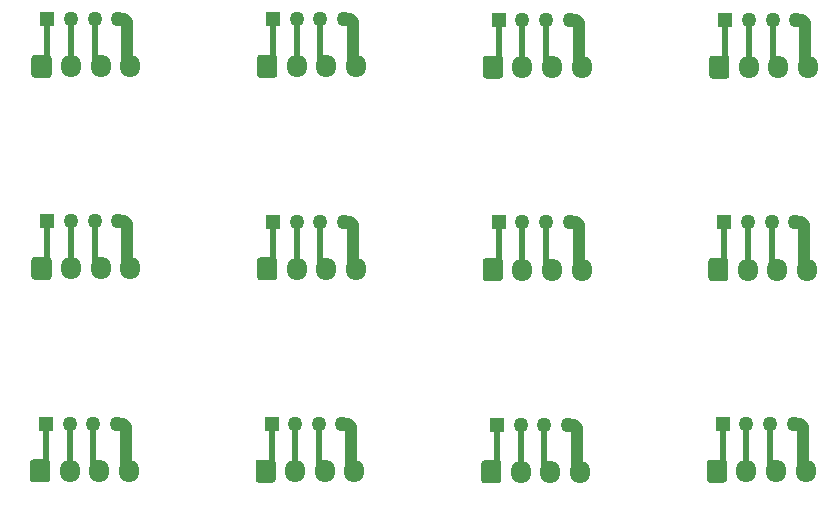
<source format=gbr>
%TF.GenerationSoftware,KiCad,Pcbnew,5.1.10-88a1d61d58~90~ubuntu20.04.1*%
%TF.CreationDate,2022-01-17T11:14:37+00:00*%
%TF.ProjectId,grove_adaptor_panel,67726f76-655f-4616-9461-70746f725f70,rev?*%
%TF.SameCoordinates,Original*%
%TF.FileFunction,Copper,L1,Top*%
%TF.FilePolarity,Positive*%
%FSLAX46Y46*%
G04 Gerber Fmt 4.6, Leading zero omitted, Abs format (unit mm)*
G04 Created by KiCad (PCBNEW 5.1.10-88a1d61d58~90~ubuntu20.04.1) date 2022-01-17 11:14:37*
%MOMM*%
%LPD*%
G01*
G04 APERTURE LIST*
%TA.AperFunction,ComponentPad*%
%ADD10R,1.270000X1.270000*%
%TD*%
%TA.AperFunction,ComponentPad*%
%ADD11C,1.270000*%
%TD*%
%TA.AperFunction,ComponentPad*%
%ADD12O,1.700000X1.950000*%
%TD*%
%TA.AperFunction,Conductor*%
%ADD13C,1.000000*%
%TD*%
%TA.AperFunction,Conductor*%
%ADD14C,0.500000*%
%TD*%
G04 APERTURE END LIST*
D10*
%TO.P,J2,1*%
%TO.N,N/C*%
X136993000Y-107022000D03*
D11*
%TO.P,J2,2*%
X138993000Y-107022000D03*
%TO.P,J2,3*%
X140993000Y-107022000D03*
%TO.P,J2,4*%
X142993000Y-107022000D03*
%TD*%
%TO.P,J1,1*%
%TO.N,N/C*%
%TA.AperFunction,ComponentPad*%
G36*
G01*
X135643000Y-111747000D02*
X135643000Y-110297000D01*
G75*
G02*
X135893000Y-110047000I250000J0D01*
G01*
X137093000Y-110047000D01*
G75*
G02*
X137343000Y-110297000I0J-250000D01*
G01*
X137343000Y-111747000D01*
G75*
G02*
X137093000Y-111997000I-250000J0D01*
G01*
X135893000Y-111997000D01*
G75*
G02*
X135643000Y-111747000I0J250000D01*
G01*
G37*
%TD.AperFunction*%
D12*
%TO.P,J1,2*%
X138993000Y-111022000D03*
%TO.P,J1,3*%
X141493000Y-111022000D03*
%TO.P,J1,4*%
X143993000Y-111022000D03*
%TD*%
D10*
%TO.P,J2,1*%
%TO.N,N/C*%
X156170000Y-89877000D03*
D11*
%TO.P,J2,2*%
X158170000Y-89877000D03*
%TO.P,J2,3*%
X160170000Y-89877000D03*
%TO.P,J2,4*%
X162170000Y-89877000D03*
%TD*%
%TO.P,J1,1*%
%TO.N,N/C*%
%TA.AperFunction,ComponentPad*%
G36*
G01*
X154820000Y-94602000D02*
X154820000Y-93152000D01*
G75*
G02*
X155070000Y-92902000I250000J0D01*
G01*
X156270000Y-92902000D01*
G75*
G02*
X156520000Y-93152000I0J-250000D01*
G01*
X156520000Y-94602000D01*
G75*
G02*
X156270000Y-94852000I-250000J0D01*
G01*
X155070000Y-94852000D01*
G75*
G02*
X154820000Y-94602000I0J250000D01*
G01*
G37*
%TD.AperFunction*%
D12*
%TO.P,J1,2*%
X158170000Y-93877000D03*
%TO.P,J1,3*%
X160670000Y-93877000D03*
%TO.P,J1,4*%
X163170000Y-93877000D03*
%TD*%
D10*
%TO.P,J2,1*%
%TO.N,N/C*%
X136993000Y-89877000D03*
D11*
%TO.P,J2,2*%
X138993000Y-89877000D03*
%TO.P,J2,3*%
X140993000Y-89877000D03*
%TO.P,J2,4*%
X142993000Y-89877000D03*
%TD*%
%TO.P,J1,1*%
%TO.N,N/C*%
%TA.AperFunction,ComponentPad*%
G36*
G01*
X135643000Y-94602000D02*
X135643000Y-93152000D01*
G75*
G02*
X135893000Y-92902000I250000J0D01*
G01*
X137093000Y-92902000D01*
G75*
G02*
X137343000Y-93152000I0J-250000D01*
G01*
X137343000Y-94602000D01*
G75*
G02*
X137093000Y-94852000I-250000J0D01*
G01*
X135893000Y-94852000D01*
G75*
G02*
X135643000Y-94602000I0J250000D01*
G01*
G37*
%TD.AperFunction*%
D12*
%TO.P,J1,2*%
X138993000Y-93877000D03*
%TO.P,J1,3*%
X141493000Y-93877000D03*
%TO.P,J1,4*%
X143993000Y-93877000D03*
%TD*%
D10*
%TO.P,J2,1*%
%TO.N,N/C*%
X117879500Y-106958500D03*
D11*
%TO.P,J2,2*%
X119879500Y-106958500D03*
%TO.P,J2,3*%
X121879500Y-106958500D03*
%TO.P,J2,4*%
X123879500Y-106958500D03*
%TD*%
%TO.P,J1,1*%
%TO.N,N/C*%
%TA.AperFunction,ComponentPad*%
G36*
G01*
X116529500Y-111683500D02*
X116529500Y-110233500D01*
G75*
G02*
X116779500Y-109983500I250000J0D01*
G01*
X117979500Y-109983500D01*
G75*
G02*
X118229500Y-110233500I0J-250000D01*
G01*
X118229500Y-111683500D01*
G75*
G02*
X117979500Y-111933500I-250000J0D01*
G01*
X116779500Y-111933500D01*
G75*
G02*
X116529500Y-111683500I0J250000D01*
G01*
G37*
%TD.AperFunction*%
D12*
%TO.P,J1,2*%
X119879500Y-110958500D03*
%TO.P,J1,3*%
X122379500Y-110958500D03*
%TO.P,J1,4*%
X124879500Y-110958500D03*
%TD*%
%TO.P,J1,1*%
%TO.N,N/C*%
%TA.AperFunction,ComponentPad*%
G36*
G01*
X97299000Y-128790500D02*
X97299000Y-127340500D01*
G75*
G02*
X97549000Y-127090500I250000J0D01*
G01*
X98749000Y-127090500D01*
G75*
G02*
X98999000Y-127340500I0J-250000D01*
G01*
X98999000Y-128790500D01*
G75*
G02*
X98749000Y-129040500I-250000J0D01*
G01*
X97549000Y-129040500D01*
G75*
G02*
X97299000Y-128790500I0J250000D01*
G01*
G37*
%TD.AperFunction*%
%TO.P,J1,2*%
X100649000Y-128065500D03*
%TO.P,J1,3*%
X103149000Y-128065500D03*
%TO.P,J1,4*%
X105649000Y-128065500D03*
%TD*%
D10*
%TO.P,J2,1*%
%TO.N,N/C*%
X98649000Y-124065500D03*
D11*
%TO.P,J2,2*%
X100649000Y-124065500D03*
%TO.P,J2,3*%
X102649000Y-124065500D03*
%TO.P,J2,4*%
X104649000Y-124065500D03*
%TD*%
%TO.P,J2,4*%
%TO.N,GND*%
X104776000Y-106920500D03*
%TO.P,J2,3*%
%TO.N,+5V*%
X102776000Y-106920500D03*
%TO.P,J2,2*%
%TO.N,Net-(J1-Pad2)*%
X100776000Y-106920500D03*
D10*
%TO.P,J2,1*%
%TO.N,Net-(J1-Pad1)*%
X98776000Y-106920500D03*
%TD*%
D12*
%TO.P,J1,4*%
%TO.N,GND*%
X105776000Y-110920500D03*
%TO.P,J1,3*%
%TO.N,+5V*%
X103276000Y-110920500D03*
%TO.P,J1,2*%
%TO.N,Net-(J1-Pad2)*%
X100776000Y-110920500D03*
%TO.P,J1,1*%
%TO.N,Net-(J1-Pad1)*%
%TA.AperFunction,ComponentPad*%
G36*
G01*
X97426000Y-111645500D02*
X97426000Y-110195500D01*
G75*
G02*
X97676000Y-109945500I250000J0D01*
G01*
X98876000Y-109945500D01*
G75*
G02*
X99126000Y-110195500I0J-250000D01*
G01*
X99126000Y-111645500D01*
G75*
G02*
X98876000Y-111895500I-250000J0D01*
G01*
X97676000Y-111895500D01*
G75*
G02*
X97426000Y-111645500I0J250000D01*
G01*
G37*
%TD.AperFunction*%
%TD*%
D11*
%TO.P,J2,4*%
%TO.N,GND*%
X161959500Y-124087500D03*
%TO.P,J2,3*%
%TO.N,+5V*%
X159959500Y-124087500D03*
%TO.P,J2,2*%
%TO.N,Net-(J1-Pad2)*%
X157959500Y-124087500D03*
D10*
%TO.P,J2,1*%
%TO.N,Net-(J1-Pad1)*%
X155959500Y-124087500D03*
%TD*%
D11*
%TO.P,J2,4*%
%TO.N,GND*%
X142856000Y-124151000D03*
%TO.P,J2,3*%
%TO.N,+5V*%
X140856000Y-124151000D03*
%TO.P,J2,2*%
%TO.N,Net-(J1-Pad2)*%
X138856000Y-124151000D03*
D10*
%TO.P,J2,1*%
%TO.N,Net-(J1-Pad1)*%
X136856000Y-124151000D03*
%TD*%
D11*
%TO.P,J2,4*%
%TO.N,GND*%
X123752500Y-124087500D03*
%TO.P,J2,3*%
%TO.N,+5V*%
X121752500Y-124087500D03*
%TO.P,J2,2*%
%TO.N,Net-(J1-Pad2)*%
X119752500Y-124087500D03*
D10*
%TO.P,J2,1*%
%TO.N,Net-(J1-Pad1)*%
X117752500Y-124087500D03*
%TD*%
D11*
%TO.P,J2,4*%
%TO.N,GND*%
X162086500Y-107025500D03*
%TO.P,J2,3*%
%TO.N,+5V*%
X160086500Y-107025500D03*
%TO.P,J2,2*%
%TO.N,Net-(J1-Pad2)*%
X158086500Y-107025500D03*
D10*
%TO.P,J2,1*%
%TO.N,Net-(J1-Pad1)*%
X156086500Y-107025500D03*
%TD*%
D11*
%TO.P,J2,4*%
%TO.N,GND*%
X123879500Y-89817000D03*
%TO.P,J2,3*%
%TO.N,+5V*%
X121879500Y-89817000D03*
%TO.P,J2,2*%
%TO.N,Net-(J1-Pad2)*%
X119879500Y-89817000D03*
D10*
%TO.P,J2,1*%
%TO.N,Net-(J1-Pad1)*%
X117879500Y-89817000D03*
%TD*%
D12*
%TO.P,J1,4*%
%TO.N,GND*%
X162959500Y-128087500D03*
%TO.P,J1,3*%
%TO.N,+5V*%
X160459500Y-128087500D03*
%TO.P,J1,2*%
%TO.N,Net-(J1-Pad2)*%
X157959500Y-128087500D03*
%TO.P,J1,1*%
%TO.N,Net-(J1-Pad1)*%
%TA.AperFunction,ComponentPad*%
G36*
G01*
X154609500Y-128812500D02*
X154609500Y-127362500D01*
G75*
G02*
X154859500Y-127112500I250000J0D01*
G01*
X156059500Y-127112500D01*
G75*
G02*
X156309500Y-127362500I0J-250000D01*
G01*
X156309500Y-128812500D01*
G75*
G02*
X156059500Y-129062500I-250000J0D01*
G01*
X154859500Y-129062500D01*
G75*
G02*
X154609500Y-128812500I0J250000D01*
G01*
G37*
%TD.AperFunction*%
%TD*%
%TO.P,J1,4*%
%TO.N,GND*%
X143856000Y-128151000D03*
%TO.P,J1,3*%
%TO.N,+5V*%
X141356000Y-128151000D03*
%TO.P,J1,2*%
%TO.N,Net-(J1-Pad2)*%
X138856000Y-128151000D03*
%TO.P,J1,1*%
%TO.N,Net-(J1-Pad1)*%
%TA.AperFunction,ComponentPad*%
G36*
G01*
X135506000Y-128876000D02*
X135506000Y-127426000D01*
G75*
G02*
X135756000Y-127176000I250000J0D01*
G01*
X136956000Y-127176000D01*
G75*
G02*
X137206000Y-127426000I0J-250000D01*
G01*
X137206000Y-128876000D01*
G75*
G02*
X136956000Y-129126000I-250000J0D01*
G01*
X135756000Y-129126000D01*
G75*
G02*
X135506000Y-128876000I0J250000D01*
G01*
G37*
%TD.AperFunction*%
%TD*%
%TO.P,J1,4*%
%TO.N,GND*%
X124752500Y-128087500D03*
%TO.P,J1,3*%
%TO.N,+5V*%
X122252500Y-128087500D03*
%TO.P,J1,2*%
%TO.N,Net-(J1-Pad2)*%
X119752500Y-128087500D03*
%TO.P,J1,1*%
%TO.N,Net-(J1-Pad1)*%
%TA.AperFunction,ComponentPad*%
G36*
G01*
X116402500Y-128812500D02*
X116402500Y-127362500D01*
G75*
G02*
X116652500Y-127112500I250000J0D01*
G01*
X117852500Y-127112500D01*
G75*
G02*
X118102500Y-127362500I0J-250000D01*
G01*
X118102500Y-128812500D01*
G75*
G02*
X117852500Y-129062500I-250000J0D01*
G01*
X116652500Y-129062500D01*
G75*
G02*
X116402500Y-128812500I0J250000D01*
G01*
G37*
%TD.AperFunction*%
%TD*%
%TO.P,J1,4*%
%TO.N,GND*%
X163086500Y-111025500D03*
%TO.P,J1,3*%
%TO.N,+5V*%
X160586500Y-111025500D03*
%TO.P,J1,2*%
%TO.N,Net-(J1-Pad2)*%
X158086500Y-111025500D03*
%TO.P,J1,1*%
%TO.N,Net-(J1-Pad1)*%
%TA.AperFunction,ComponentPad*%
G36*
G01*
X154736500Y-111750500D02*
X154736500Y-110300500D01*
G75*
G02*
X154986500Y-110050500I250000J0D01*
G01*
X156186500Y-110050500D01*
G75*
G02*
X156436500Y-110300500I0J-250000D01*
G01*
X156436500Y-111750500D01*
G75*
G02*
X156186500Y-112000500I-250000J0D01*
G01*
X154986500Y-112000500D01*
G75*
G02*
X154736500Y-111750500I0J250000D01*
G01*
G37*
%TD.AperFunction*%
%TD*%
%TO.P,J1,4*%
%TO.N,GND*%
X124879500Y-93817000D03*
%TO.P,J1,3*%
%TO.N,+5V*%
X122379500Y-93817000D03*
%TO.P,J1,2*%
%TO.N,Net-(J1-Pad2)*%
X119879500Y-93817000D03*
%TO.P,J1,1*%
%TO.N,Net-(J1-Pad1)*%
%TA.AperFunction,ComponentPad*%
G36*
G01*
X116529500Y-94542000D02*
X116529500Y-93092000D01*
G75*
G02*
X116779500Y-92842000I250000J0D01*
G01*
X117979500Y-92842000D01*
G75*
G02*
X118229500Y-93092000I0J-250000D01*
G01*
X118229500Y-94542000D01*
G75*
G02*
X117979500Y-94792000I-250000J0D01*
G01*
X116779500Y-94792000D01*
G75*
G02*
X116529500Y-94542000I0J250000D01*
G01*
G37*
%TD.AperFunction*%
%TD*%
D11*
%TO.P,J2,4*%
%TO.N,GND*%
X104776000Y-89817000D03*
%TO.P,J2,3*%
%TO.N,+5V*%
X102776000Y-89817000D03*
%TO.P,J2,2*%
%TO.N,Net-(J1-Pad2)*%
X100776000Y-89817000D03*
D10*
%TO.P,J2,1*%
%TO.N,Net-(J1-Pad1)*%
X98776000Y-89817000D03*
%TD*%
D12*
%TO.P,J1,4*%
%TO.N,GND*%
X105776000Y-93817000D03*
%TO.P,J1,3*%
%TO.N,+5V*%
X103276000Y-93817000D03*
%TO.P,J1,2*%
%TO.N,Net-(J1-Pad2)*%
X100776000Y-93817000D03*
%TO.P,J1,1*%
%TO.N,Net-(J1-Pad1)*%
%TA.AperFunction,ComponentPad*%
G36*
G01*
X97426000Y-94542000D02*
X97426000Y-93092000D01*
G75*
G02*
X97676000Y-92842000I250000J0D01*
G01*
X98876000Y-92842000D01*
G75*
G02*
X99126000Y-93092000I0J-250000D01*
G01*
X99126000Y-94542000D01*
G75*
G02*
X98876000Y-94792000I-250000J0D01*
G01*
X97676000Y-94792000D01*
G75*
G02*
X97426000Y-94542000I0J250000D01*
G01*
G37*
%TD.AperFunction*%
%TD*%
D13*
%TO.N,*%
X105649000Y-128065500D02*
X105399000Y-127815500D01*
X105149000Y-124065500D02*
X104649000Y-124065500D01*
X105399000Y-124315500D02*
X105149000Y-124065500D01*
X105399000Y-127815500D02*
X105399000Y-124315500D01*
D14*
X102649000Y-124065500D02*
X102649000Y-127565500D01*
X102649000Y-127565500D02*
X103149000Y-128065500D01*
X100649000Y-124065500D02*
X100649000Y-128065500D01*
X98149000Y-128065500D02*
X98649000Y-127565500D01*
X98649000Y-127565500D02*
X98649000Y-124065500D01*
D13*
X124629500Y-110708500D02*
X124629500Y-107208500D01*
X124629500Y-107208500D02*
X124379500Y-106958500D01*
X124379500Y-106958500D02*
X123879500Y-106958500D01*
X124879500Y-110958500D02*
X124629500Y-110708500D01*
D14*
X121879500Y-106958500D02*
X121879500Y-110458500D01*
X121879500Y-110458500D02*
X122379500Y-110958500D01*
X119879500Y-106958500D02*
X119879500Y-110958500D01*
X117879500Y-110458500D02*
X117879500Y-106958500D01*
X117379500Y-110958500D02*
X117879500Y-110458500D01*
D13*
X143743000Y-93627000D02*
X143743000Y-90127000D01*
X143743000Y-90127000D02*
X143493000Y-89877000D01*
X143493000Y-89877000D02*
X142993000Y-89877000D01*
X143993000Y-93877000D02*
X143743000Y-93627000D01*
D14*
X140993000Y-89877000D02*
X140993000Y-93377000D01*
X140993000Y-93377000D02*
X141493000Y-93877000D01*
X138993000Y-89877000D02*
X138993000Y-93877000D01*
X136993000Y-93377000D02*
X136993000Y-89877000D01*
X136493000Y-93877000D02*
X136993000Y-93377000D01*
D13*
X162920000Y-93627000D02*
X162920000Y-90127000D01*
X162920000Y-90127000D02*
X162670000Y-89877000D01*
X162670000Y-89877000D02*
X162170000Y-89877000D01*
X163170000Y-93877000D02*
X162920000Y-93627000D01*
D14*
X160170000Y-89877000D02*
X160170000Y-93377000D01*
X160170000Y-93377000D02*
X160670000Y-93877000D01*
X158170000Y-89877000D02*
X158170000Y-93877000D01*
X156170000Y-93377000D02*
X156170000Y-89877000D01*
X155670000Y-93877000D02*
X156170000Y-93377000D01*
D13*
X143743000Y-110772000D02*
X143743000Y-107272000D01*
X143743000Y-107272000D02*
X143493000Y-107022000D01*
X143493000Y-107022000D02*
X142993000Y-107022000D01*
X143993000Y-111022000D02*
X143743000Y-110772000D01*
D14*
X140993000Y-107022000D02*
X140993000Y-110522000D01*
X140993000Y-110522000D02*
X141493000Y-111022000D01*
X138993000Y-107022000D02*
X138993000Y-111022000D01*
X136993000Y-110522000D02*
X136993000Y-107022000D01*
X136493000Y-111022000D02*
X136993000Y-110522000D01*
D13*
%TO.N,GND*%
X105276000Y-89817000D02*
X104776000Y-89817000D01*
X105526000Y-90067000D02*
X105276000Y-89817000D01*
X105526000Y-93567000D02*
X105526000Y-90067000D01*
X105776000Y-93817000D02*
X105526000Y-93567000D01*
X124629500Y-93567000D02*
X124629500Y-90067000D01*
X162836500Y-110775500D02*
X162836500Y-107275500D01*
X124502500Y-127837500D02*
X124502500Y-124337500D01*
X143606000Y-127901000D02*
X143606000Y-124401000D01*
X162709500Y-127837500D02*
X162709500Y-124337500D01*
X124379500Y-89817000D02*
X123879500Y-89817000D01*
X162586500Y-107025500D02*
X162086500Y-107025500D01*
X124252500Y-124087500D02*
X123752500Y-124087500D01*
X143356000Y-124151000D02*
X142856000Y-124151000D01*
X162459500Y-124087500D02*
X161959500Y-124087500D01*
X124879500Y-93817000D02*
X124629500Y-93567000D01*
X163086500Y-111025500D02*
X162836500Y-110775500D01*
X124752500Y-128087500D02*
X124502500Y-127837500D01*
X143856000Y-128151000D02*
X143606000Y-127901000D01*
X162959500Y-128087500D02*
X162709500Y-127837500D01*
X124629500Y-90067000D02*
X124379500Y-89817000D01*
X162836500Y-107275500D02*
X162586500Y-107025500D01*
X124502500Y-124337500D02*
X124252500Y-124087500D01*
X143606000Y-124401000D02*
X143356000Y-124151000D01*
X162709500Y-124337500D02*
X162459500Y-124087500D01*
X105526000Y-110670500D02*
X105526000Y-107170500D01*
X105526000Y-107170500D02*
X105276000Y-106920500D01*
X105276000Y-106920500D02*
X104776000Y-106920500D01*
X105776000Y-110920500D02*
X105526000Y-110670500D01*
D14*
%TO.N,+5V*%
X102776000Y-93317000D02*
X103276000Y-93817000D01*
X102776000Y-89817000D02*
X102776000Y-93317000D01*
X121879500Y-93317000D02*
X122379500Y-93817000D01*
X160086500Y-110525500D02*
X160586500Y-111025500D01*
X121752500Y-127587500D02*
X122252500Y-128087500D01*
X140856000Y-127651000D02*
X141356000Y-128151000D01*
X159959500Y-127587500D02*
X160459500Y-128087500D01*
X121879500Y-89817000D02*
X121879500Y-93317000D01*
X160086500Y-107025500D02*
X160086500Y-110525500D01*
X121752500Y-124087500D02*
X121752500Y-127587500D01*
X140856000Y-124151000D02*
X140856000Y-127651000D01*
X159959500Y-124087500D02*
X159959500Y-127587500D01*
X102776000Y-110420500D02*
X103276000Y-110920500D01*
X102776000Y-106920500D02*
X102776000Y-110420500D01*
%TO.N,Net-(J1-Pad2)*%
X100776000Y-89817000D02*
X100776000Y-93817000D01*
X119879500Y-89817000D02*
X119879500Y-93817000D01*
X158086500Y-107025500D02*
X158086500Y-111025500D01*
X119752500Y-124087500D02*
X119752500Y-128087500D01*
X138856000Y-124151000D02*
X138856000Y-128151000D01*
X157959500Y-124087500D02*
X157959500Y-128087500D01*
X100776000Y-106920500D02*
X100776000Y-110920500D01*
%TO.N,Net-(J1-Pad1)*%
X98776000Y-93317000D02*
X98776000Y-89817000D01*
X98276000Y-93817000D02*
X98776000Y-93317000D01*
X117879500Y-93317000D02*
X117879500Y-89817000D01*
X156086500Y-110525500D02*
X156086500Y-107025500D01*
X117752500Y-127587500D02*
X117752500Y-124087500D01*
X136856000Y-127651000D02*
X136856000Y-124151000D01*
X155959500Y-127587500D02*
X155959500Y-124087500D01*
X117379500Y-93817000D02*
X117879500Y-93317000D01*
X155586500Y-111025500D02*
X156086500Y-110525500D01*
X117252500Y-128087500D02*
X117752500Y-127587500D01*
X136356000Y-128151000D02*
X136856000Y-127651000D01*
X155459500Y-128087500D02*
X155959500Y-127587500D01*
X98776000Y-110420500D02*
X98776000Y-106920500D01*
X98276000Y-110920500D02*
X98776000Y-110420500D01*
%TD*%
M02*

</source>
